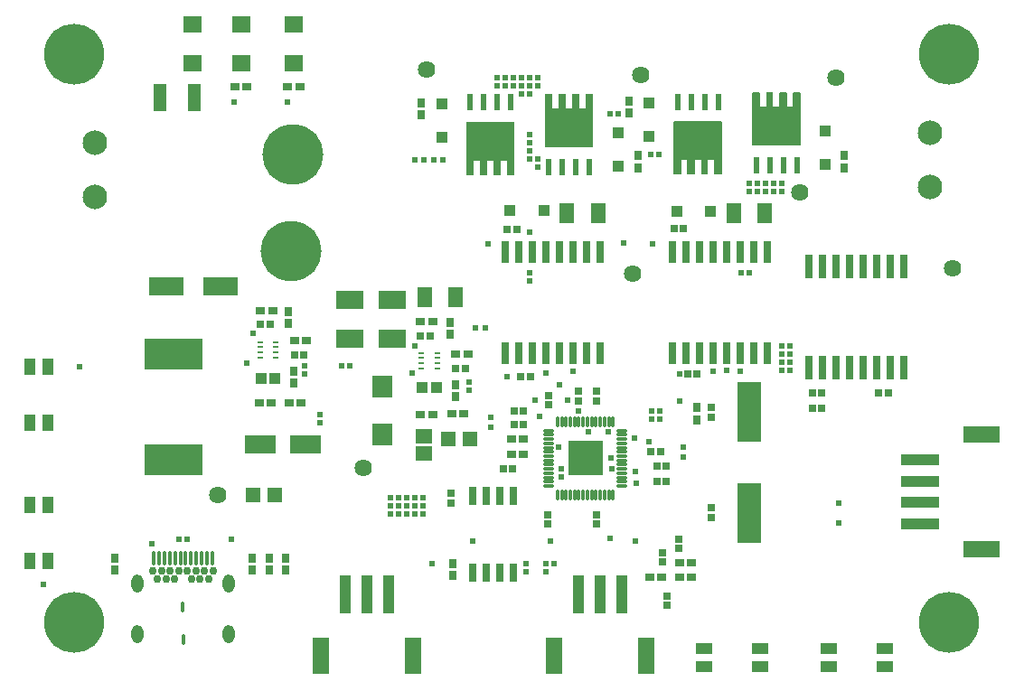
<source format=gbr>
G04*
G04 #@! TF.GenerationSoftware,Altium Limited,Altium Designer,24.2.2 (26)*
G04*
G04 Layer_Color=8388736*
%FSLAX44Y44*%
%MOMM*%
G71*
G04*
G04 #@! TF.SameCoordinates,8E206BF5-5000-4682-9AB4-4AEA4F1FC2D2*
G04*
G04*
G04 #@! TF.FilePolarity,Negative*
G04*
G01*
G75*
%ADD30R,1.0000X1.5500*%
%ADD35R,0.6096X0.2794*%
%ADD41R,0.6500X2.2500*%
%ADD45R,1.5500X1.0000*%
%ADD55R,0.7416X0.7016*%
%ADD56R,1.3716X1.3716*%
%ADD57R,2.6016X1.8016*%
%ADD58O,0.3016X1.1016*%
%ADD59O,0.4016X1.3016*%
%ADD60R,0.6000X1.5000*%
%ADD61R,0.8516X0.7016*%
%ADD62R,1.6016X3.5016*%
%ADD63R,1.1016X3.6016*%
%ADD64R,3.3016X1.7016*%
%ADD65R,1.9016X2.1016*%
%ADD66R,1.5016X1.4016*%
%ADD67R,0.7016X0.8516*%
%ADD68R,1.0016X1.1016*%
%ADD69R,0.7016X0.7416*%
%ADD70R,1.4016X1.9016*%
%ADD71R,5.5016X3.0016*%
%ADD72R,2.2016X5.7016*%
G04:AMPARAMS|DCode=73|XSize=0.3016mm|YSize=0.9416mm|CornerRadius=0.0758mm|HoleSize=0mm|Usage=FLASHONLY|Rotation=90.000|XOffset=0mm|YOffset=0mm|HoleType=Round|Shape=RoundedRectangle|*
%AMROUNDEDRECTD73*
21,1,0.3016,0.7900,0,0,90.0*
21,1,0.1500,0.9416,0,0,90.0*
1,1,0.1516,0.3950,0.0750*
1,1,0.1516,0.3950,-0.0750*
1,1,0.1516,-0.3950,-0.0750*
1,1,0.1516,-0.3950,0.0750*
%
%ADD73ROUNDEDRECTD73*%
G04:AMPARAMS|DCode=74|XSize=0.9416mm|YSize=0.3016mm|CornerRadius=0.0758mm|HoleSize=0mm|Usage=FLASHONLY|Rotation=90.000|XOffset=0mm|YOffset=0mm|HoleType=Round|Shape=RoundedRectangle|*
%AMROUNDEDRECTD74*
21,1,0.9416,0.1500,0,0,90.0*
21,1,0.7900,0.3016,0,0,90.0*
1,1,0.1516,0.0750,0.3950*
1,1,0.1516,0.0750,-0.3950*
1,1,0.1516,-0.0750,-0.3950*
1,1,0.1516,-0.0750,0.3950*
%
%ADD74ROUNDEDRECTD74*%
%ADD75R,3.2016X3.2016*%
%ADD76R,3.5016X1.6016*%
%ADD77R,3.6016X1.1016*%
%ADD78R,0.7516X2.0266*%
%ADD79R,0.7516X1.7516*%
%ADD80R,1.7016X1.6016*%
%ADD81R,2.9016X1.7016*%
%ADD82R,1.0516X1.0016*%
%ADD83R,1.0016X1.0516*%
%ADD84R,1.2516X2.6016*%
%ADD85C,1.6256*%
%ADD86C,2.3016*%
%ADD87O,1.1016X1.7016*%
%ADD88C,0.7516*%
%ADD89O,5.7016X5.6016*%
%ADD90O,5.6016X5.7016*%
%ADD91C,0.6096*%
G36*
X716740Y774040D02*
X716839Y774031D01*
X716935Y774002D01*
X717023Y773954D01*
X717101Y773891D01*
X717164Y773814D01*
X717211Y773725D01*
X717241Y773630D01*
X717250Y773530D01*
X717250Y724579D01*
Y724579D01*
Y724579D01*
X717245Y724525D01*
X717240Y724479D01*
X717240Y724479D01*
Y724479D01*
X717225Y724429D01*
X717211Y724383D01*
X717211Y724383D01*
X717211Y724383D01*
X717180Y724324D01*
X717164Y724295D01*
X717164Y724295D01*
X717164Y724295D01*
X717126Y724248D01*
X717101Y724218D01*
X717101Y724218D01*
X717101Y724218D01*
X717070Y724193D01*
X717023Y724154D01*
X717023Y724154D01*
X717023Y724154D01*
X716994Y724139D01*
X716935Y724107D01*
X716935Y724107D01*
X716935Y724107D01*
X716889Y724093D01*
X716839Y724078D01*
X716839D01*
X716839Y724078D01*
X716793Y724073D01*
X716740Y724068D01*
X716740D01*
X716740D01*
X710740Y724070D01*
X710686Y724075D01*
X710640Y724080D01*
X710640Y724080D01*
X710640D01*
X710591Y724095D01*
X710545Y724109D01*
X710545Y724109D01*
X710545Y724109D01*
X710485Y724141D01*
X710456Y724156D01*
X710456Y724156D01*
X710456Y724156D01*
X710409Y724194D01*
X710379Y724219D01*
X710379Y724220D01*
X710379Y724220D01*
X710354Y724250D01*
X710316Y724297D01*
X710315Y724297D01*
X710315Y724297D01*
X710300Y724326D01*
X710268Y724385D01*
X710268Y724385D01*
X710268Y724385D01*
X710254Y724431D01*
X710239Y724481D01*
Y724481D01*
X710239Y724481D01*
X710235Y724527D01*
X710230Y724580D01*
Y737570D01*
X704344D01*
Y724582D01*
X704338Y724519D01*
X704335Y724483D01*
X704335Y724483D01*
X704335Y724483D01*
X704318Y724427D01*
X704306Y724387D01*
X704306Y724387D01*
X704305Y724387D01*
X704279Y724338D01*
X704258Y724299D01*
X704258Y724299D01*
X704258Y724299D01*
X704223Y724256D01*
X704195Y724222D01*
X704195Y724221D01*
X704195Y724221D01*
X704161Y724193D01*
X704118Y724158D01*
X704118Y724158D01*
X704118Y724158D01*
X704079Y724137D01*
X704030Y724111D01*
X704029Y724111D01*
X704029Y724111D01*
X703990Y724099D01*
X703934Y724082D01*
X703934Y724082D01*
X703933Y724082D01*
X703898Y724078D01*
X703834Y724072D01*
X698246Y724068D01*
X698246Y724068D01*
X698246Y724068D01*
X698183Y724074D01*
X698147Y724078D01*
X698147Y724078D01*
X698146Y724078D01*
X698090Y724095D01*
X698051Y724107D01*
X698051Y724107D01*
X698051Y724107D01*
X698002Y724133D01*
X697963Y724154D01*
X697963Y724154D01*
X697962Y724154D01*
X697920Y724189D01*
X697885Y724218D01*
X697885Y724218D01*
X697885Y724218D01*
X697857Y724252D01*
X697822Y724295D01*
X697822Y724295D01*
X697822Y724295D01*
X697801Y724334D01*
X697775Y724383D01*
X697775Y724383D01*
X697774Y724383D01*
X697757Y724439D01*
X697745Y724479D01*
Y724479D01*
X697745Y724479D01*
X697740Y724536D01*
X697736Y724578D01*
X697736Y724579D01*
X697736Y724579D01*
Y737570D01*
X691898D01*
Y724574D01*
X691892Y724511D01*
X691889Y724475D01*
X691889Y724475D01*
X691889Y724475D01*
X691872Y724419D01*
X691860Y724379D01*
X691860Y724379D01*
X691860Y724379D01*
X691833Y724330D01*
X691813Y724291D01*
X691813Y724291D01*
X691812Y724291D01*
X691777Y724248D01*
X691749Y724214D01*
X691749Y724214D01*
X691749Y724213D01*
X691715Y724185D01*
X691672Y724150D01*
X691672Y724150D01*
X691672Y724150D01*
X691633Y724129D01*
X691584Y724103D01*
X691583Y724103D01*
X691583Y724103D01*
X691527Y724086D01*
X691488Y724074D01*
X691488D01*
X691488Y724074D01*
X691431Y724068D01*
X691388Y724064D01*
X685292Y724060D01*
X685292Y724060D01*
X685292Y724060D01*
X685229Y724066D01*
X685193Y724070D01*
X685193Y724070D01*
X685192Y724070D01*
X685136Y724087D01*
X685097Y724099D01*
X685097Y724099D01*
X685097Y724099D01*
X685048Y724125D01*
X685009Y724146D01*
X685009Y724146D01*
X685008Y724146D01*
X684966Y724181D01*
X684931Y724209D01*
X684931Y724209D01*
X684931Y724210D01*
X684903Y724244D01*
X684868Y724287D01*
X684868Y724287D01*
X684867Y724287D01*
X684847Y724326D01*
X684820Y724375D01*
X684820Y724375D01*
X684820Y724375D01*
X684803Y724431D01*
X684791Y724471D01*
Y724471D01*
X684791Y724471D01*
X684786Y724528D01*
X684781Y724570D01*
X684781Y724570D01*
X684781Y724570D01*
Y737570D01*
X679198D01*
Y724589D01*
X679194Y724543D01*
X679189Y724490D01*
X679189Y724490D01*
X679189Y724490D01*
X679174Y724443D01*
X679160Y724395D01*
X679160Y724394D01*
X679159Y724394D01*
X679135Y724349D01*
X679113Y724306D01*
X679112Y724306D01*
X679112Y724306D01*
X679081Y724268D01*
X679049Y724229D01*
X679049Y724229D01*
X679049Y724228D01*
X679010Y724197D01*
X678972Y724165D01*
X678972Y724165D01*
X678971Y724165D01*
X678930Y724143D01*
X678884Y724118D01*
X678884Y724118D01*
X678883Y724118D01*
X678836Y724103D01*
X678788Y724089D01*
X678788Y724089D01*
X678788Y724089D01*
X678736Y724083D01*
X678689Y724079D01*
X672641Y724070D01*
X672640Y724070D01*
X672640Y724070D01*
X672592Y724075D01*
X672541Y724080D01*
X672541Y724080D01*
X672540Y724080D01*
X672493Y724094D01*
X672445Y724109D01*
X672445Y724109D01*
X672444Y724109D01*
X672395Y724135D01*
X672357Y724156D01*
X672357Y724156D01*
X672356Y724156D01*
X672315Y724190D01*
X672279Y724219D01*
X672279Y724219D01*
X672279Y724219D01*
X672242Y724264D01*
X672216Y724296D01*
X672216Y724296D01*
X672215Y724297D01*
X672186Y724352D01*
X672169Y724384D01*
X672168Y724385D01*
X672168Y724385D01*
X672152Y724439D01*
X672139Y724480D01*
X672139Y724480D01*
X672139Y724481D01*
X672134Y724532D01*
X672129Y724580D01*
X672129Y724580D01*
X672129Y724580D01*
X672130Y773530D01*
X672139Y773630D01*
X672168Y773725D01*
X672216Y773814D01*
X672279Y773891D01*
X672356Y773954D01*
X672445Y774002D01*
X672540Y774031D01*
X672640Y774041D01*
X716740Y774040D01*
D02*
G37*
G36*
X777811Y799839D02*
X777847Y799835D01*
X777847Y799835D01*
X777848Y799835D01*
X777904Y799818D01*
X777943Y799806D01*
X777943Y799806D01*
X777943Y799806D01*
X777992Y799780D01*
X778031Y799759D01*
X778031Y799759D01*
X778032Y799759D01*
X778074Y799724D01*
X778109Y799696D01*
X778109Y799696D01*
X778109Y799696D01*
X778137Y799661D01*
X778172Y799618D01*
X778172Y799618D01*
X778173Y799618D01*
X778193Y799579D01*
X778220Y799530D01*
X778220Y799530D01*
X778220Y799530D01*
X778237Y799474D01*
X778249Y799434D01*
Y799434D01*
X778249Y799434D01*
X778254Y799377D01*
X778259Y799335D01*
X778259Y799335D01*
X778259Y799334D01*
Y786336D01*
X783842D01*
Y799316D01*
X783846Y799362D01*
X783851Y799415D01*
X783851Y799415D01*
X783851Y799415D01*
X783866Y799463D01*
X783880Y799510D01*
X783880Y799511D01*
X783880Y799511D01*
X783905Y799556D01*
X783927Y799599D01*
X783928Y799599D01*
X783928Y799599D01*
X783959Y799637D01*
X783991Y799676D01*
X783991Y799677D01*
X783991Y799677D01*
X784030Y799708D01*
X784068Y799740D01*
X784068Y799740D01*
X784069Y799740D01*
X784110Y799762D01*
X784156Y799787D01*
X784156Y799787D01*
X784157Y799787D01*
X784204Y799802D01*
X784252Y799816D01*
X784252Y799816D01*
X784252Y799816D01*
X784304Y799821D01*
X784351Y799826D01*
X790399Y799835D01*
X790400Y799835D01*
X790400Y799835D01*
X790448Y799830D01*
X790499Y799825D01*
X790499Y799825D01*
X790500Y799825D01*
X790547Y799811D01*
X790595Y799797D01*
X790595Y799796D01*
X790596Y799796D01*
X790645Y799770D01*
X790683Y799750D01*
X790683Y799749D01*
X790684Y799749D01*
X790725Y799715D01*
X790761Y799686D01*
X790761Y799686D01*
X790761Y799686D01*
X790798Y799641D01*
X790824Y799609D01*
X790824Y799609D01*
X790825Y799608D01*
X790854Y799553D01*
X790872Y799521D01*
X790872Y799520D01*
X790872Y799520D01*
X790888Y799465D01*
X790901Y799425D01*
X790901Y799425D01*
X790901Y799424D01*
X790906Y799373D01*
X790911Y799325D01*
X790911Y799325D01*
X790911Y799325D01*
X790910Y750375D01*
X790901Y750275D01*
X790872Y750180D01*
X790824Y750091D01*
X790761Y750014D01*
X790684Y749950D01*
X790595Y749903D01*
X790500Y749874D01*
X790400Y749865D01*
X746300Y749865D01*
X746201Y749874D01*
X746105Y749903D01*
X746017Y749951D01*
X745939Y750014D01*
X745876Y750091D01*
X745829Y750180D01*
X745799Y750275D01*
X745790Y750375D01*
X745790Y799326D01*
Y799326D01*
Y799326D01*
X745795Y799380D01*
X745800Y799426D01*
X745800Y799426D01*
Y799426D01*
X745815Y799475D01*
X745829Y799522D01*
X745829Y799522D01*
X745829Y799522D01*
X745860Y799581D01*
X745876Y799610D01*
X745876Y799610D01*
X745876Y799610D01*
X745914Y799657D01*
X745939Y799687D01*
X745939Y799687D01*
X745939Y799687D01*
X745970Y799712D01*
X746017Y799751D01*
X746017Y799751D01*
X746017Y799751D01*
X746046Y799766D01*
X746105Y799798D01*
X746105Y799798D01*
X746105Y799798D01*
X746151Y799812D01*
X746201Y799827D01*
X746201D01*
X746201Y799827D01*
X746247Y799831D01*
X746300Y799837D01*
X746300D01*
X746300D01*
X752300Y799835D01*
X752354Y799830D01*
X752400Y799825D01*
X752400Y799825D01*
X752400D01*
X752449Y799810D01*
X752495Y799796D01*
X752495Y799796D01*
X752495Y799796D01*
X752555Y799764D01*
X752584Y799749D01*
X752584Y799749D01*
X752584Y799749D01*
X752630Y799710D01*
X752661Y799686D01*
X752661Y799686D01*
X752661Y799686D01*
X752686Y799655D01*
X752724Y799608D01*
X752725Y799608D01*
X752725Y799608D01*
X752740Y799579D01*
X752772Y799520D01*
X752772Y799520D01*
X752772Y799520D01*
X752786Y799474D01*
X752801Y799424D01*
Y799424D01*
X752801Y799424D01*
X752805Y799378D01*
X752810Y799325D01*
Y786336D01*
X758696D01*
Y799323D01*
X758702Y799386D01*
X758705Y799422D01*
X758705Y799422D01*
X758705Y799422D01*
X758722Y799478D01*
X758734Y799518D01*
X758734Y799518D01*
X758735Y799518D01*
X758761Y799567D01*
X758782Y799606D01*
X758782Y799606D01*
X758782Y799606D01*
X758817Y799649D01*
X758845Y799683D01*
X758845Y799684D01*
X758845Y799684D01*
X758879Y799712D01*
X758922Y799747D01*
X758922Y799747D01*
X758923Y799747D01*
X758961Y799768D01*
X759010Y799794D01*
X759011Y799794D01*
X759011Y799794D01*
X759050Y799806D01*
X759106Y799823D01*
X759106Y799823D01*
X759107Y799823D01*
X759142Y799827D01*
X759206Y799833D01*
X764794Y799837D01*
X764794Y799837D01*
X764794Y799837D01*
X764857Y799830D01*
X764893Y799827D01*
X764893Y799827D01*
X764894Y799827D01*
X764950Y799810D01*
X764989Y799798D01*
X764989Y799798D01*
X764989Y799798D01*
X765038Y799772D01*
X765077Y799751D01*
X765077Y799751D01*
X765078Y799751D01*
X765120Y799716D01*
X765155Y799688D01*
X765155Y799687D01*
X765155Y799687D01*
X765183Y799653D01*
X765218Y799610D01*
X765218Y799610D01*
X765218Y799610D01*
X765239Y799571D01*
X765266Y799522D01*
X765266Y799522D01*
X765266Y799522D01*
X765283Y799465D01*
X765295Y799426D01*
Y799426D01*
X765295Y799426D01*
X765300Y799369D01*
X765304Y799327D01*
X765304Y799326D01*
X765304Y799326D01*
Y786336D01*
X771142D01*
Y799331D01*
X771148Y799394D01*
X771151Y799430D01*
X771151Y799430D01*
X771151Y799430D01*
X771168Y799486D01*
X771180Y799526D01*
X771180Y799526D01*
X771180Y799526D01*
X771207Y799575D01*
X771227Y799614D01*
X771227Y799614D01*
X771228Y799614D01*
X771263Y799657D01*
X771291Y799691D01*
X771291Y799691D01*
X771291Y799692D01*
X771325Y799719D01*
X771368Y799755D01*
X771368Y799755D01*
X771368Y799755D01*
X771407Y799776D01*
X771456Y799802D01*
X771457Y799802D01*
X771457Y799802D01*
X771513Y799819D01*
X771552Y799831D01*
X771552D01*
X771552Y799831D01*
X771609Y799837D01*
X771652Y799841D01*
X777748Y799845D01*
X777748Y799845D01*
X777748Y799845D01*
X777811Y799839D01*
D02*
G37*
G36*
X911050Y774331D02*
X911149Y774321D01*
X911245Y774292D01*
X911333Y774245D01*
X911411Y774181D01*
X911474Y774104D01*
X911521Y774015D01*
X911551Y773920D01*
X911560Y773820D01*
X911560Y724869D01*
Y724869D01*
Y724869D01*
X911555Y724815D01*
X911550Y724769D01*
X911550Y724769D01*
Y724769D01*
X911535Y724720D01*
X911521Y724673D01*
X911521Y724673D01*
X911521Y724673D01*
X911490Y724614D01*
X911474Y724585D01*
X911474Y724585D01*
X911474Y724585D01*
X911436Y724538D01*
X911411Y724508D01*
X911411Y724508D01*
X911411Y724508D01*
X911380Y724483D01*
X911333Y724444D01*
X911333Y724444D01*
X911333Y724444D01*
X911304Y724429D01*
X911245Y724397D01*
X911245Y724397D01*
X911245Y724397D01*
X911199Y724383D01*
X911149Y724368D01*
X911149D01*
X911149Y724368D01*
X911103Y724364D01*
X911050Y724358D01*
X911050D01*
X911050D01*
X905050Y724360D01*
X904996Y724365D01*
X904950Y724370D01*
X904950Y724370D01*
X904950D01*
X904901Y724385D01*
X904855Y724399D01*
X904855Y724399D01*
X904855Y724399D01*
X904795Y724431D01*
X904766Y724446D01*
X904766Y724446D01*
X904766Y724446D01*
X904719Y724485D01*
X904689Y724510D01*
X904689Y724510D01*
X904689Y724510D01*
X904664Y724540D01*
X904626Y724587D01*
X904625Y724587D01*
X904625Y724587D01*
X904610Y724616D01*
X904578Y724675D01*
X904578Y724675D01*
X904578Y724675D01*
X904564Y724722D01*
X904549Y724771D01*
Y724771D01*
X904549Y724771D01*
X904545Y724817D01*
X904540Y724871D01*
Y737860D01*
X898654D01*
Y724872D01*
X898648Y724809D01*
X898645Y724773D01*
X898645Y724773D01*
X898645Y724773D01*
X898628Y724717D01*
X898616Y724677D01*
X898616Y724677D01*
X898615Y724677D01*
X898589Y724628D01*
X898568Y724589D01*
X898568Y724589D01*
X898568Y724589D01*
X898533Y724546D01*
X898505Y724512D01*
X898505Y724511D01*
X898505Y724511D01*
X898471Y724483D01*
X898428Y724448D01*
X898428Y724448D01*
X898428Y724448D01*
X898389Y724427D01*
X898340Y724401D01*
X898339Y724401D01*
X898339Y724401D01*
X898300Y724389D01*
X898244Y724372D01*
X898244Y724372D01*
X898243Y724372D01*
X898208Y724368D01*
X898144Y724362D01*
X892556Y724358D01*
X892556Y724358D01*
X892556Y724358D01*
X892493Y724365D01*
X892457Y724368D01*
X892457Y724368D01*
X892456Y724368D01*
X892400Y724385D01*
X892361Y724397D01*
X892361Y724397D01*
X892361Y724397D01*
X892312Y724423D01*
X892273Y724444D01*
X892273Y724444D01*
X892272Y724444D01*
X892230Y724480D01*
X892195Y724508D01*
X892195Y724508D01*
X892195Y724508D01*
X892167Y724542D01*
X892132Y724585D01*
X892132Y724585D01*
X892132Y724585D01*
X892111Y724624D01*
X892085Y724673D01*
X892085Y724673D01*
X892084Y724673D01*
X892067Y724730D01*
X892055Y724769D01*
Y724769D01*
X892055Y724769D01*
X892050Y724826D01*
X892046Y724868D01*
X892046Y724869D01*
X892046Y724869D01*
Y737860D01*
X886208D01*
Y724865D01*
X886202Y724801D01*
X886199Y724765D01*
X886199Y724765D01*
X886199Y724765D01*
X886182Y724709D01*
X886170Y724669D01*
X886170Y724669D01*
X886170Y724669D01*
X886143Y724620D01*
X886123Y724581D01*
X886123Y724581D01*
X886122Y724581D01*
X886087Y724538D01*
X886059Y724504D01*
X886059Y724504D01*
X886059Y724503D01*
X886025Y724475D01*
X885982Y724440D01*
X885982Y724440D01*
X885982Y724440D01*
X885943Y724419D01*
X885894Y724393D01*
X885893Y724393D01*
X885893Y724393D01*
X885837Y724376D01*
X885798Y724364D01*
X885798D01*
X885798Y724364D01*
X885741Y724358D01*
X885698Y724354D01*
X879602Y724350D01*
X879602Y724350D01*
X879602Y724350D01*
X879539Y724356D01*
X879503Y724360D01*
X879503Y724360D01*
X879502Y724360D01*
X879446Y724377D01*
X879407Y724389D01*
X879407Y724389D01*
X879407Y724389D01*
X879358Y724415D01*
X879319Y724436D01*
X879319Y724436D01*
X879318Y724436D01*
X879276Y724471D01*
X879241Y724499D01*
X879241Y724500D01*
X879241Y724500D01*
X879213Y724534D01*
X879178Y724577D01*
X879178Y724577D01*
X879177Y724577D01*
X879157Y724616D01*
X879130Y724665D01*
X879130Y724665D01*
X879130Y724665D01*
X879113Y724721D01*
X879101Y724761D01*
Y724761D01*
X879101Y724761D01*
X879096Y724818D01*
X879091Y724860D01*
X879091Y724860D01*
X879091Y724861D01*
Y737860D01*
X873508D01*
Y724879D01*
X873504Y724833D01*
X873499Y724780D01*
X873499Y724780D01*
X873499Y724780D01*
X873484Y724733D01*
X873470Y724685D01*
X873470Y724684D01*
X873469Y724684D01*
X873445Y724639D01*
X873423Y724596D01*
X873422Y724596D01*
X873422Y724596D01*
X873391Y724558D01*
X873359Y724519D01*
X873359Y724519D01*
X873359Y724518D01*
X873320Y724487D01*
X873282Y724455D01*
X873282Y724455D01*
X873281Y724455D01*
X873240Y724433D01*
X873194Y724408D01*
X873194Y724408D01*
X873193Y724408D01*
X873146Y724393D01*
X873098Y724379D01*
X873098Y724379D01*
X873098Y724379D01*
X873046Y724374D01*
X872999Y724369D01*
X866951Y724360D01*
X866950Y724360D01*
X866950Y724360D01*
X866902Y724365D01*
X866851Y724370D01*
X866851Y724370D01*
X866850Y724370D01*
X866803Y724384D01*
X866755Y724399D01*
X866755Y724399D01*
X866754Y724399D01*
X866705Y724425D01*
X866667Y724446D01*
X866667Y724446D01*
X866666Y724446D01*
X866625Y724480D01*
X866589Y724509D01*
X866589Y724509D01*
X866589Y724510D01*
X866552Y724554D01*
X866526Y724586D01*
X866526Y724586D01*
X866525Y724587D01*
X866496Y724642D01*
X866479Y724674D01*
X866478Y724675D01*
X866478Y724675D01*
X866462Y724730D01*
X866449Y724770D01*
X866449Y724771D01*
X866449Y724771D01*
X866444Y724822D01*
X866439Y724870D01*
X866439Y724870D01*
X866439Y724871D01*
X866440Y773820D01*
X866449Y773920D01*
X866478Y774016D01*
X866526Y774104D01*
X866589Y774181D01*
X866666Y774245D01*
X866755Y774292D01*
X866850Y774321D01*
X866950Y774331D01*
X911050Y774331D01*
D02*
G37*
G36*
X972121Y801304D02*
X972157Y801300D01*
X972157Y801300D01*
X972158Y801300D01*
X972214Y801283D01*
X972253Y801271D01*
X972253Y801271D01*
X972253Y801271D01*
X972302Y801245D01*
X972341Y801224D01*
X972341Y801224D01*
X972342Y801224D01*
X972384Y801189D01*
X972419Y801161D01*
X972419Y801161D01*
X972419Y801161D01*
X972447Y801126D01*
X972482Y801083D01*
X972482Y801083D01*
X972483Y801083D01*
X972503Y801044D01*
X972530Y800995D01*
X972530Y800995D01*
X972530Y800995D01*
X972547Y800939D01*
X972559Y800900D01*
Y800899D01*
X972559Y800899D01*
X972564Y800842D01*
X972569Y800800D01*
X972569Y800800D01*
X972569Y800800D01*
Y787801D01*
X978152D01*
Y800781D01*
X978156Y800827D01*
X978161Y800880D01*
X978161Y800880D01*
X978161Y800880D01*
X978176Y800928D01*
X978190Y800975D01*
X978190Y800976D01*
X978191Y800976D01*
X978215Y801021D01*
X978237Y801064D01*
X978238Y801064D01*
X978238Y801064D01*
X978269Y801102D01*
X978301Y801141D01*
X978301Y801142D01*
X978301Y801142D01*
X978340Y801173D01*
X978378Y801205D01*
X978378Y801205D01*
X978379Y801205D01*
X978420Y801228D01*
X978466Y801252D01*
X978466Y801252D01*
X978467Y801252D01*
X978514Y801267D01*
X978562Y801281D01*
X978562Y801281D01*
X978562Y801282D01*
X978614Y801287D01*
X978661Y801291D01*
X984709Y801300D01*
X984710Y801300D01*
X984710Y801300D01*
X984758Y801295D01*
X984809Y801291D01*
X984809Y801290D01*
X984810Y801290D01*
X984857Y801276D01*
X984905Y801262D01*
X984905Y801261D01*
X984906Y801261D01*
X984955Y801235D01*
X984993Y801215D01*
X984993Y801214D01*
X984994Y801214D01*
X985035Y801180D01*
X985071Y801151D01*
X985071Y801151D01*
X985071Y801151D01*
X985108Y801106D01*
X985134Y801074D01*
X985134Y801074D01*
X985135Y801073D01*
X985164Y801018D01*
X985182Y800986D01*
X985182Y800985D01*
X985182Y800985D01*
X985198Y800931D01*
X985211Y800890D01*
X985211Y800890D01*
X985211Y800889D01*
X985216Y800838D01*
X985221Y800790D01*
X985221Y800790D01*
X985221Y800790D01*
X985220Y751840D01*
X985211Y751740D01*
X985182Y751645D01*
X985134Y751556D01*
X985071Y751479D01*
X984994Y751416D01*
X984905Y751368D01*
X984810Y751339D01*
X984710Y751329D01*
X940610Y751330D01*
X940511Y751339D01*
X940415Y751368D01*
X940327Y751416D01*
X940249Y751479D01*
X940186Y751556D01*
X940139Y751645D01*
X940109Y751740D01*
X940100Y751840D01*
X940100Y800791D01*
Y800791D01*
Y800791D01*
X940105Y800845D01*
X940110Y800891D01*
X940110Y800891D01*
Y800891D01*
X940125Y800941D01*
X940139Y800987D01*
X940139Y800987D01*
X940139Y800987D01*
X940170Y801046D01*
X940186Y801075D01*
X940186Y801075D01*
X940186Y801075D01*
X940224Y801122D01*
X940249Y801152D01*
X940249Y801152D01*
X940249Y801152D01*
X940280Y801177D01*
X940327Y801216D01*
X940327Y801216D01*
X940327Y801216D01*
X940356Y801231D01*
X940415Y801263D01*
X940415Y801263D01*
X940415Y801263D01*
X940461Y801277D01*
X940511Y801292D01*
X940511D01*
X940511Y801292D01*
X940557Y801296D01*
X940610Y801302D01*
X940610D01*
X940610D01*
X946610Y801300D01*
X946664Y801295D01*
X946710Y801290D01*
X946710Y801290D01*
X946710D01*
X946759Y801275D01*
X946805Y801261D01*
X946805Y801261D01*
X946805Y801261D01*
X946865Y801229D01*
X946894Y801214D01*
X946894Y801214D01*
X946894Y801214D01*
X946941Y801176D01*
X946971Y801151D01*
X946971Y801151D01*
X946971Y801151D01*
X946996Y801120D01*
X947034Y801073D01*
X947035Y801073D01*
X947035Y801073D01*
X947050Y801044D01*
X947082Y800985D01*
X947082Y800985D01*
X947082Y800985D01*
X947096Y800939D01*
X947111Y800889D01*
Y800889D01*
X947111Y800889D01*
X947115Y800843D01*
X947120Y800790D01*
Y787801D01*
X953006D01*
Y800788D01*
X953012Y800851D01*
X953015Y800887D01*
X953015Y800887D01*
X953015Y800887D01*
X953032Y800943D01*
X953044Y800983D01*
X953044Y800983D01*
X953045Y800983D01*
X953071Y801032D01*
X953092Y801071D01*
X953092Y801071D01*
X953092Y801071D01*
X953127Y801114D01*
X953155Y801149D01*
X953155Y801149D01*
X953155Y801149D01*
X953189Y801177D01*
X953232Y801212D01*
X953232Y801212D01*
X953232Y801212D01*
X953271Y801233D01*
X953320Y801259D01*
X953321Y801259D01*
X953321Y801259D01*
X953360Y801271D01*
X953416Y801288D01*
X953416Y801288D01*
X953417Y801288D01*
X953452Y801292D01*
X953516Y801298D01*
X959104Y801302D01*
X959104Y801302D01*
X959104Y801302D01*
X959167Y801296D01*
X959203Y801292D01*
X959203Y801292D01*
X959204Y801292D01*
X959260Y801275D01*
X959299Y801263D01*
X959299Y801263D01*
X959299Y801263D01*
X959348Y801237D01*
X959387Y801216D01*
X959387Y801216D01*
X959388Y801216D01*
X959430Y801181D01*
X959465Y801152D01*
X959465Y801152D01*
X959465Y801152D01*
X959493Y801118D01*
X959528Y801075D01*
X959528Y801075D01*
X959528Y801075D01*
X959549Y801036D01*
X959576Y800987D01*
X959576Y800987D01*
X959576Y800987D01*
X959593Y800930D01*
X959605Y800891D01*
Y800891D01*
X959605Y800891D01*
X959610Y800834D01*
X959614Y800792D01*
X959614Y800791D01*
X959614Y800791D01*
Y787801D01*
X965452D01*
Y800796D01*
X965458Y800859D01*
X965461Y800895D01*
X965461Y800895D01*
X965461Y800895D01*
X965478Y800951D01*
X965490Y800991D01*
X965490Y800991D01*
X965490Y800991D01*
X965517Y801040D01*
X965537Y801079D01*
X965537Y801079D01*
X965538Y801079D01*
X965573Y801122D01*
X965601Y801156D01*
X965601Y801156D01*
X965601Y801157D01*
X965635Y801185D01*
X965678Y801220D01*
X965678Y801220D01*
X965678Y801220D01*
X965717Y801241D01*
X965766Y801267D01*
X965767Y801267D01*
X965767Y801267D01*
X965823Y801284D01*
X965862Y801296D01*
X965862D01*
X965862Y801296D01*
X965919Y801302D01*
X965962Y801306D01*
X972058Y801310D01*
X972058Y801310D01*
X972058Y801310D01*
X972121Y801304D01*
D02*
G37*
D30*
X263200Y362370D02*
D03*
Y414870D02*
D03*
X280200Y362370D02*
D03*
Y414870D02*
D03*
X263200Y491910D02*
D03*
Y544410D02*
D03*
X280200Y491910D02*
D03*
Y544410D02*
D03*
D35*
X645033Y557410D02*
D03*
Y552410D02*
D03*
Y547410D02*
D03*
Y542410D02*
D03*
X630047D02*
D03*
Y547410D02*
D03*
Y552410D02*
D03*
Y557410D02*
D03*
X493903Y567570D02*
D03*
Y562570D02*
D03*
Y557570D02*
D03*
Y552570D02*
D03*
X478917D02*
D03*
Y557570D02*
D03*
Y562570D02*
D03*
Y567570D02*
D03*
D41*
X1082040Y543050D02*
D03*
X1069340D02*
D03*
X1056640D02*
D03*
X1043940D02*
D03*
X1031240D02*
D03*
X1018540D02*
D03*
X1005840D02*
D03*
X993140D02*
D03*
Y638050D02*
D03*
X1005840D02*
D03*
X1018540D02*
D03*
X1031240D02*
D03*
X1043940D02*
D03*
X1056640D02*
D03*
X1069340D02*
D03*
X1082040D02*
D03*
D45*
X1063840Y263200D02*
D03*
X1011340D02*
D03*
X1063840Y280200D02*
D03*
X1011340D02*
D03*
X947000Y263200D02*
D03*
X894500D02*
D03*
X947000Y280200D02*
D03*
X894500D02*
D03*
D55*
X657860Y425450D02*
D03*
Y416650D02*
D03*
X749300Y517480D02*
D03*
Y508680D02*
D03*
X793750Y521290D02*
D03*
Y512490D02*
D03*
X871220Y374060D02*
D03*
Y382860D02*
D03*
X859790Y329520D02*
D03*
Y320720D02*
D03*
X855980Y361360D02*
D03*
Y370160D02*
D03*
X901700Y506050D02*
D03*
Y497250D02*
D03*
Y403270D02*
D03*
Y412070D02*
D03*
X777240Y512490D02*
D03*
Y521290D02*
D03*
X748030Y405720D02*
D03*
Y396920D02*
D03*
X793750Y405720D02*
D03*
Y396920D02*
D03*
D56*
X472440Y424180D02*
D03*
X492760D02*
D03*
X655320Y476250D02*
D03*
X675640D02*
D03*
D57*
X562930Y570230D02*
D03*
X602930D02*
D03*
X562930Y607060D02*
D03*
X602930D02*
D03*
D58*
X407030Y288290D02*
D03*
X406780Y319290D02*
D03*
D59*
X434280Y365090D02*
D03*
X429280D02*
D03*
X384280D02*
D03*
X424280D02*
D03*
X419280D02*
D03*
X414280D02*
D03*
X404280D02*
D03*
X399280D02*
D03*
X394280D02*
D03*
X389280D02*
D03*
X379280D02*
D03*
X409280D02*
D03*
D60*
X943610Y732890D02*
D03*
X956310D02*
D03*
X969010D02*
D03*
X981710D02*
D03*
X908050Y792770D02*
D03*
X895350D02*
D03*
X882650D02*
D03*
X869950D02*
D03*
X749300Y731425D02*
D03*
X762000D02*
D03*
X774700D02*
D03*
X787400D02*
D03*
X713740Y792480D02*
D03*
X701040D02*
D03*
X688340D02*
D03*
X675640D02*
D03*
D61*
X714340Y462280D02*
D03*
Y476250D02*
D03*
X669960Y500380D02*
D03*
X658460D02*
D03*
X640750Y499110D02*
D03*
X629250D02*
D03*
Y586740D02*
D03*
X640750D02*
D03*
X662270Y556260D02*
D03*
X673770D02*
D03*
X517560Y510540D02*
D03*
X506060D02*
D03*
X883320Y360680D02*
D03*
X871820D02*
D03*
X504790Y806450D02*
D03*
X516290D02*
D03*
X511140Y568960D02*
D03*
X522640D02*
D03*
X455260Y806450D02*
D03*
X466760D02*
D03*
X479390Y596900D02*
D03*
X490890D02*
D03*
X725840Y462280D02*
D03*
Y476250D02*
D03*
X489620Y510540D02*
D03*
X478120D02*
D03*
X871820Y346710D02*
D03*
X883320D02*
D03*
X843880D02*
D03*
X855380D02*
D03*
D62*
X535620Y273290D02*
D03*
X622620D02*
D03*
X754060D02*
D03*
X841060D02*
D03*
D63*
X579120Y330790D02*
D03*
X599120D02*
D03*
X559120D02*
D03*
X797560D02*
D03*
X817560D02*
D03*
X777560D02*
D03*
D64*
X441560Y619760D02*
D03*
X391560D02*
D03*
D65*
X593090Y525420D02*
D03*
Y480420D02*
D03*
D66*
X632460Y463170D02*
D03*
Y479170D02*
D03*
D67*
X661670Y527720D02*
D03*
Y516220D02*
D03*
X656590Y586140D02*
D03*
Y574640D02*
D03*
X471170Y365090D02*
D03*
Y353590D02*
D03*
X487680Y353660D02*
D03*
Y365160D02*
D03*
X502920D02*
D03*
Y353660D02*
D03*
X342900Y365160D02*
D03*
Y353660D02*
D03*
X887730Y506130D02*
D03*
Y494630D02*
D03*
X659130Y360080D02*
D03*
Y348580D02*
D03*
X510540Y540420D02*
D03*
Y528920D02*
D03*
X505460Y596300D02*
D03*
Y584800D02*
D03*
X629920Y791880D02*
D03*
Y780380D02*
D03*
X833120Y730850D02*
D03*
Y742350D02*
D03*
X824230Y793345D02*
D03*
Y781845D02*
D03*
X1026160Y742350D02*
D03*
Y730850D02*
D03*
D68*
X644290Y524510D02*
D03*
X630790D02*
D03*
X493160Y533400D02*
D03*
X479660D02*
D03*
D69*
X638130Y572770D02*
D03*
X629330D02*
D03*
X662350Y542290D02*
D03*
X671150D02*
D03*
X850900Y436880D02*
D03*
X859700D02*
D03*
X520020Y554990D02*
D03*
X511220D02*
D03*
X488270Y584200D02*
D03*
X479470D02*
D03*
X1005160Y519430D02*
D03*
X996360D02*
D03*
Y505460D02*
D03*
X1005160D02*
D03*
X1058590Y519430D02*
D03*
X1067390D02*
D03*
X879520Y537210D02*
D03*
X888320D02*
D03*
X723310Y534670D02*
D03*
X732110D02*
D03*
X715600Y448310D02*
D03*
X706800D02*
D03*
X845230Y464820D02*
D03*
X854030D02*
D03*
X725760Y490220D02*
D03*
X716960D02*
D03*
X850900Y450850D02*
D03*
X859700D02*
D03*
X725760Y502920D02*
D03*
X716960D02*
D03*
X710610Y673100D02*
D03*
X719410D02*
D03*
X866820Y673735D02*
D03*
X875620D02*
D03*
D70*
X662200Y609600D02*
D03*
X633200D02*
D03*
X922760Y688340D02*
D03*
X951760D02*
D03*
X766550D02*
D03*
X795550D02*
D03*
D71*
X397510Y457230D02*
D03*
Y556230D02*
D03*
D72*
X937260Y502160D02*
D03*
Y407160D02*
D03*
D73*
X817940Y432470D02*
D03*
Y436470D02*
D03*
Y440470D02*
D03*
Y444470D02*
D03*
Y448470D02*
D03*
Y452470D02*
D03*
Y456470D02*
D03*
Y460470D02*
D03*
Y464470D02*
D03*
Y468470D02*
D03*
Y472470D02*
D03*
Y476470D02*
D03*
Y480470D02*
D03*
Y484470D02*
D03*
X749240D02*
D03*
Y480470D02*
D03*
Y476470D02*
D03*
Y472470D02*
D03*
Y468470D02*
D03*
Y464470D02*
D03*
Y460470D02*
D03*
Y456470D02*
D03*
Y452470D02*
D03*
Y448470D02*
D03*
Y444470D02*
D03*
Y440470D02*
D03*
Y436470D02*
D03*
Y432470D02*
D03*
D74*
X757590Y424120D02*
D03*
X761590D02*
D03*
X765590D02*
D03*
X769590D02*
D03*
X773590D02*
D03*
X777590D02*
D03*
X781590D02*
D03*
X785590D02*
D03*
X789590D02*
D03*
X793590D02*
D03*
X797590D02*
D03*
X801590D02*
D03*
X805590D02*
D03*
X809590D02*
D03*
Y492820D02*
D03*
X805590D02*
D03*
X801590D02*
D03*
X797590D02*
D03*
X793590D02*
D03*
X789590D02*
D03*
X785590D02*
D03*
X781590D02*
D03*
X777590D02*
D03*
X773590D02*
D03*
X769590D02*
D03*
X765590D02*
D03*
X761590D02*
D03*
X757590D02*
D03*
D75*
X783590Y458470D02*
D03*
D76*
X1154430Y373380D02*
D03*
Y480380D02*
D03*
D77*
X1096930Y436880D02*
D03*
Y456880D02*
D03*
Y416880D02*
D03*
Y396880D02*
D03*
D78*
X953770Y651640D02*
D03*
X941070D02*
D03*
X928370D02*
D03*
X915670D02*
D03*
X902970D02*
D03*
X890270D02*
D03*
X877570D02*
D03*
X864870D02*
D03*
Y557400D02*
D03*
X877570D02*
D03*
X890270D02*
D03*
X902970D02*
D03*
X915670D02*
D03*
X928370D02*
D03*
X941070D02*
D03*
X953770D02*
D03*
X797560Y651640D02*
D03*
X784860D02*
D03*
X772160D02*
D03*
X759460D02*
D03*
X746760D02*
D03*
X734060D02*
D03*
X721360D02*
D03*
X708660D02*
D03*
Y557400D02*
D03*
X721360D02*
D03*
X734060D02*
D03*
X746760D02*
D03*
X759460D02*
D03*
X772160D02*
D03*
X784860D02*
D03*
X797560D02*
D03*
D79*
X678180Y351350D02*
D03*
X690880D02*
D03*
X703580D02*
D03*
X716280D02*
D03*
Y423350D02*
D03*
X703580D02*
D03*
X690880D02*
D03*
X678180D02*
D03*
D80*
X510540Y829090D02*
D03*
Y865090D02*
D03*
X461645D02*
D03*
Y829090D02*
D03*
X415290Y865090D02*
D03*
Y829090D02*
D03*
D81*
X521880Y471170D02*
D03*
X478880D02*
D03*
D82*
X648970Y790450D02*
D03*
Y758950D02*
D03*
X814070Y732280D02*
D03*
Y763780D02*
D03*
X843280Y791915D02*
D03*
Y760415D02*
D03*
X1008380Y765050D02*
D03*
Y733550D02*
D03*
D83*
X744730Y690880D02*
D03*
X713230D02*
D03*
X900940Y689610D02*
D03*
X869440D02*
D03*
D84*
X417070Y796290D02*
D03*
X385570D02*
D03*
D85*
X828040Y631190D02*
D03*
X635000Y822960D02*
D03*
X835660Y817880D02*
D03*
X984250Y707390D02*
D03*
X1127760Y636270D02*
D03*
X1018540Y815340D02*
D03*
X575310Y449580D02*
D03*
X439420Y424180D02*
D03*
D86*
X1106170Y712470D02*
D03*
Y763270D02*
D03*
X323850Y754380D02*
D03*
Y703580D02*
D03*
D87*
X449480Y293790D02*
D03*
X364080D02*
D03*
Y341090D02*
D03*
X449480D02*
D03*
D88*
X402780Y352590D02*
D03*
X398780Y345590D02*
D03*
X394780Y352590D02*
D03*
X386780D02*
D03*
X378780D02*
D03*
X390780Y345590D02*
D03*
X382780D02*
D03*
X430780D02*
D03*
X422780D02*
D03*
X434780Y352590D02*
D03*
X426780D02*
D03*
X418780D02*
D03*
X414780Y345590D02*
D03*
X410780Y352590D02*
D03*
D89*
X509270Y742950D02*
D03*
X508000Y652780D02*
D03*
D90*
X304800Y304800D02*
D03*
Y836930D02*
D03*
X1123950D02*
D03*
Y304800D02*
D03*
D91*
X739140Y739140D02*
D03*
Y731520D02*
D03*
X731520Y762000D02*
D03*
Y754380D02*
D03*
Y746760D02*
D03*
Y739140D02*
D03*
X694690Y487680D02*
D03*
Y496570D02*
D03*
X554990Y544830D02*
D03*
X562610D02*
D03*
X534670Y491490D02*
D03*
X631190Y406400D02*
D03*
X806450Y383540D02*
D03*
X807720Y458470D02*
D03*
X804799Y483540D02*
D03*
X1021080Y397510D02*
D03*
Y416560D02*
D03*
X843280Y473710D02*
D03*
X830580Y445770D02*
D03*
X831290Y435163D02*
D03*
X760730Y440690D02*
D03*
Y448310D02*
D03*
X410590Y382270D02*
D03*
X402970D02*
D03*
X853440Y502920D02*
D03*
Y495300D02*
D03*
X845820Y502920D02*
D03*
Y495300D02*
D03*
X631190Y421640D02*
D03*
Y414020D02*
D03*
X623570Y421640D02*
D03*
Y414020D02*
D03*
Y406400D02*
D03*
X615950Y421640D02*
D03*
Y414020D02*
D03*
Y406400D02*
D03*
X608330Y421640D02*
D03*
Y414020D02*
D03*
Y406400D02*
D03*
X600710Y421640D02*
D03*
Y414020D02*
D03*
Y406400D02*
D03*
X727710Y351790D02*
D03*
Y359410D02*
D03*
X754380D02*
D03*
X746760D02*
D03*
Y351790D02*
D03*
X740410Y497840D02*
D03*
X759460Y527050D02*
D03*
X709930Y534670D02*
D03*
X674370Y529590D02*
D03*
Y521970D02*
D03*
X621030Y538480D02*
D03*
X623570Y563880D02*
D03*
X466090Y547370D02*
D03*
X534670Y499110D02*
D03*
X520700Y537210D02*
D03*
Y544830D02*
D03*
X472440Y575310D02*
D03*
X975360Y563880D02*
D03*
Y556260D02*
D03*
Y548640D02*
D03*
Y541020D02*
D03*
X967740Y563880D02*
D03*
Y556260D02*
D03*
Y548640D02*
D03*
Y541020D02*
D03*
X915670D02*
D03*
X967740Y716280D02*
D03*
Y708660D02*
D03*
X960120Y716280D02*
D03*
Y708660D02*
D03*
X952500Y716280D02*
D03*
Y708660D02*
D03*
X944880Y716280D02*
D03*
Y708660D02*
D03*
X937260Y716280D02*
D03*
Y708660D02*
D03*
Y632460D02*
D03*
X929640D02*
D03*
X829534Y477296D02*
D03*
X758520Y468630D02*
D03*
X786753Y483556D02*
D03*
X808660Y448310D02*
D03*
X772160Y539750D02*
D03*
X746760Y538480D02*
D03*
X777240Y502920D02*
D03*
X767080Y513080D02*
D03*
X736600D02*
D03*
X650240Y737870D02*
D03*
X641350D02*
D03*
X632460D02*
D03*
X623570D02*
D03*
X692150Y659130D02*
D03*
X852170Y742950D02*
D03*
X844550D02*
D03*
X819150Y660400D02*
D03*
X814070Y781050D02*
D03*
X806450D02*
D03*
X846811Y659335D02*
D03*
X739140Y815340D02*
D03*
Y807720D02*
D03*
X731520Y815340D02*
D03*
Y807720D02*
D03*
Y800100D02*
D03*
Y670560D02*
D03*
Y632460D02*
D03*
Y624840D02*
D03*
X723900Y815340D02*
D03*
Y807720D02*
D03*
Y800100D02*
D03*
X716280Y815340D02*
D03*
Y807720D02*
D03*
X708660Y815340D02*
D03*
Y807720D02*
D03*
X701040Y815340D02*
D03*
Y807720D02*
D03*
X504490Y792780D02*
D03*
X689610Y580390D02*
D03*
X928370Y539750D02*
D03*
X872236Y537210D02*
D03*
Y512490D02*
D03*
X751078Y381254D02*
D03*
X678180D02*
D03*
X875030Y468630D02*
D03*
Y459740D02*
D03*
X902970Y539750D02*
D03*
X830580Y381000D02*
D03*
X309601Y544161D02*
D03*
X275590Y340360D02*
D03*
X640080Y359410D02*
D03*
X452120Y382270D02*
D03*
X377190Y378460D02*
D03*
X680720Y580390D02*
D03*
X454660Y792480D02*
D03*
M02*

</source>
